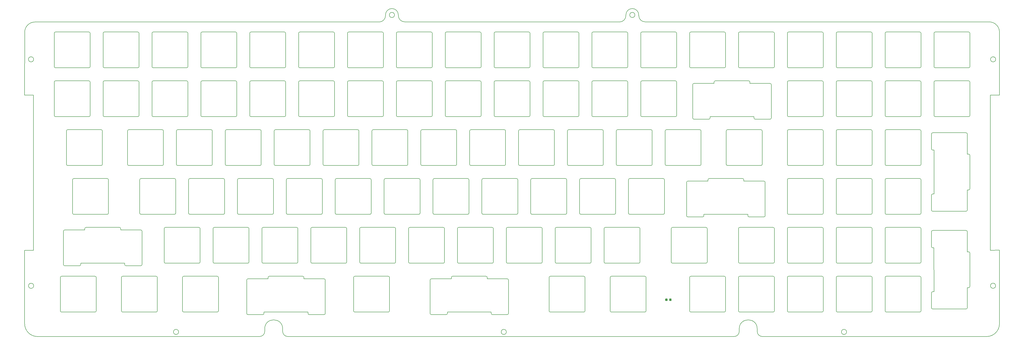
<source format=gbr>
G04 #@! TF.GenerationSoftware,KiCad,Pcbnew,(5.1.4)-1*
G04 #@! TF.CreationDate,2020-08-16T19:18:02-07:00*
G04 #@! TF.ProjectId,Plate,506c6174-652e-46b6-9963-61645f706362,rev?*
G04 #@! TF.SameCoordinates,Original*
G04 #@! TF.FileFunction,Copper,L1,Top*
G04 #@! TF.FilePolarity,Positive*
%FSLAX46Y46*%
G04 Gerber Fmt 4.6, Leading zero omitted, Abs format (unit mm)*
G04 Created by KiCad (PCBNEW (5.1.4)-1) date 2020-08-16 19:18:02*
%MOMM*%
%LPD*%
G04 APERTURE LIST*
%ADD10C,0.200000*%
%ADD11C,0.150000*%
%ADD12C,0.875000*%
G04 APERTURE END LIST*
D10*
X25638000Y-77800200D02*
G75*
G03X25638000Y-77800200I-1000000J0D01*
G01*
X25663400Y-166116000D02*
G75*
G03X25663400Y-166116000I-1000000J0D01*
G01*
X82153000Y-184099200D02*
G75*
G03X82153000Y-184099200I-1000000J0D01*
G01*
X209889600Y-184099200D02*
G75*
G03X209889600Y-184099200I-1000000J0D01*
G01*
X342503000Y-184099200D02*
G75*
G03X342503000Y-184099200I-1000000J0D01*
G01*
X400592800Y-166090600D02*
G75*
G03X400592800Y-166090600I-1000000J0D01*
G01*
X400618200Y-77800200D02*
G75*
G03X400618200Y-77800200I-1000000J0D01*
G01*
X259995111Y-60497821D02*
G75*
G03X259995111Y-60497821I-1000000J0D01*
G01*
X166295129Y-60497821D02*
G75*
G03X166295129Y-60497821I-1000000J0D01*
G01*
X264000000Y-63200000D02*
X398100000Y-63200000D01*
X261499999Y-60499999D02*
X261500000Y-60700000D01*
X256500000Y-60750000D02*
X256490223Y-60500010D01*
X170300000Y-63200000D02*
X254000000Y-63250000D01*
X167799999Y-60499999D02*
X167800000Y-60700000D01*
X162800000Y-60750000D02*
X162790259Y-60499847D01*
X26162000Y-63246000D02*
X160300000Y-63250000D01*
X264000000Y-63200000D02*
G75*
G02X261500000Y-60700000I0J2500000D01*
G01*
X256500000Y-60750000D02*
G75*
G02X254000000Y-63250000I-2500000J0D01*
G01*
X170300000Y-63200000D02*
G75*
G02X167800000Y-60700000I0J2500000D01*
G01*
X162800000Y-60750000D02*
G75*
G02X160300000Y-63250000I-2500000J0D01*
G01*
X256490223Y-60500010D02*
G75*
G02X261499999Y-60499999I2504888J2189D01*
G01*
X162790259Y-60499847D02*
G75*
G02X167799999Y-60499999I2504870J2026D01*
G01*
X402095110Y-91751363D02*
X402100000Y-67200000D01*
X398100000Y-63200000D02*
G75*
G02X402100000Y-67200000I0J-4000000D01*
G01*
X22162000Y-67246000D02*
X22145123Y-91753523D01*
X22162000Y-67246000D02*
G75*
G02X26162000Y-63246000I4000000J0D01*
G01*
X351970123Y-119222812D02*
X338970117Y-119222760D01*
X66220123Y-81122812D02*
X53220077Y-81122830D01*
X148470077Y-81122830D02*
X161470123Y-81122812D01*
X167520123Y-67122812D02*
X180520142Y-67122803D01*
X47670123Y-86672812D02*
X47670117Y-99672846D01*
X114345123Y-105722812D02*
X114345117Y-118722822D01*
X272295129Y-119222772D02*
X285295123Y-119222812D01*
X119895104Y-119222809D02*
X132895123Y-119222812D01*
X296107629Y-119222772D02*
X309107623Y-119222812D01*
X338970128Y-138272809D02*
X351970123Y-138272812D01*
X358020117Y-138272858D02*
X371020123Y-138272812D01*
X371520102Y-137772843D02*
G75*
G02X371020123Y-138272812I-499974J5D01*
G01*
X115713911Y-182897788D02*
G75*
G02X122713873Y-182897812I3499981J-12D01*
G01*
X115713869Y-182897810D02*
X115713869Y-183897812D01*
X122713876Y-182897810D02*
X122713876Y-183897812D01*
X115713874Y-183897821D02*
G75*
G02X113713873Y-185897812I-1999996J5D01*
G01*
X124713871Y-185897818D02*
G75*
G02X122713873Y-183897812I4J2000002D01*
G01*
X300670111Y-183897840D02*
G75*
G02X298670123Y-185897812I-1999980J8D01*
G01*
X300670115Y-182897810D02*
X300670115Y-183897812D01*
X300670135Y-182897788D02*
G75*
G02X307670123Y-182897812I3499994J-12D01*
G01*
X309670108Y-185897837D02*
G75*
G02X307670123Y-183897812I20J2000005D01*
G01*
X307670114Y-182897810D02*
X307670114Y-183897812D01*
X402095115Y-180897786D02*
G75*
G02X397095123Y-185897812I-5000009J-17D01*
G01*
X27145137Y-185897808D02*
G75*
G02X22145123Y-180897812I-9J5000005D01*
G01*
X124713871Y-185897818D02*
X298670123Y-185897812D01*
X397095123Y-185897812D02*
X309670108Y-185897837D01*
X27145137Y-185897808D02*
X113713873Y-185897812D01*
X352470114Y-137772795D02*
G75*
G02X351970123Y-138272812I-500004J-13D01*
G01*
X285795175Y-118721946D02*
G75*
G02X285295123Y-119222812I-500022J-843D01*
G01*
X163851380Y-162372821D02*
G75*
G02X164351373Y-162872812I1J-499992D01*
G01*
X108700876Y-163872812D02*
X108700876Y-176872809D01*
X150351373Y-162872810D02*
X150351373Y-175872814D01*
X150351364Y-162872805D02*
G75*
G02X150851373Y-162372812I500001J-8D01*
G01*
X115450882Y-176872825D02*
G75*
G02X114950873Y-177372812I-499998J11D01*
G01*
X133076873Y-177372786D02*
G75*
G02X132576873Y-176872812I-13J499987D01*
G01*
X139326875Y-176872809D02*
X139326875Y-163872812D01*
X117513870Y-176372815D02*
X130513874Y-176372815D01*
X109200870Y-177372810D02*
X114950870Y-177372810D01*
X138826875Y-163372816D02*
G75*
G02X139326873Y-163872812I1J-499997D01*
G01*
X164351371Y-175872814D02*
X164351371Y-162872810D01*
X109200866Y-177372809D02*
G75*
G02X108700873Y-176872812I2J499995D01*
G01*
X114950870Y-163372811D02*
X109200870Y-163372811D01*
X108700882Y-163872793D02*
G75*
G02X109200873Y-163372812I499986J-5D01*
G01*
X133076874Y-177372810D02*
X138826874Y-177372810D01*
X163851378Y-162372809D02*
X150851374Y-162372809D01*
X138826874Y-163372811D02*
X133076874Y-163372811D01*
X139326889Y-176872802D02*
G75*
G02X138826873Y-177372812I-500013J3D01*
G01*
X164351394Y-175872807D02*
G75*
G02X163851373Y-176372812I-500013J8D01*
G01*
X130513886Y-162372827D02*
G75*
G02X131013873Y-162872812I1J-499986D01*
G01*
X130513874Y-162372809D02*
X117513870Y-162372809D01*
X117013870Y-162872811D02*
G75*
G02X117513873Y-162372812I500001J-2D01*
G01*
X84176360Y-176372803D02*
G75*
G02X83676373Y-175872812I2J499989D01*
G01*
X59076374Y-143322814D02*
X46076373Y-143322814D01*
X45576366Y-143822801D02*
G75*
G02X46076373Y-143322812I499998J-9D01*
G01*
X77032623Y-157322813D02*
X90032623Y-157322813D01*
X61639373Y-158322815D02*
X67389374Y-158322815D01*
X95582614Y-143822799D02*
G75*
G02X96082623Y-143322812I499998J-11D01*
G01*
X61639353Y-158322820D02*
G75*
G02X61139373Y-157822812I14J499994D01*
G01*
X67389385Y-144322820D02*
G75*
G02X67889373Y-144822812I-2J-499990D01*
G01*
X357520163Y-124772812D02*
G75*
G02X358020123Y-124272812I499980J20D01*
G01*
X37263370Y-144822805D02*
G75*
G02X37763373Y-144322812I499998J-5D01*
G01*
X59076382Y-143322817D02*
G75*
G02X59576373Y-143822812I-2J-499993D01*
G01*
X37763373Y-158322815D02*
X43513373Y-158322815D01*
X95582624Y-143822815D02*
X95582624Y-156822812D01*
X371520129Y-137772810D02*
X371520129Y-124772813D01*
X351970134Y-124272812D02*
X338970122Y-124272812D01*
X90532624Y-156822812D02*
X90532624Y-143822815D01*
X338470129Y-124772813D02*
X338470129Y-137772810D01*
X76532619Y-143822804D02*
G75*
G02X77032623Y-143322812I499998J-6D01*
G01*
X67889369Y-157822836D02*
G75*
G02X67389373Y-158322812I-499986J10D01*
G01*
X37263373Y-144822810D02*
X37263373Y-157822814D01*
X43513373Y-144322809D02*
X37763373Y-144322809D01*
X76532622Y-143822815D02*
X76532622Y-156822812D01*
X358020117Y-138272858D02*
G75*
G02X357520123Y-137772812I26J500020D01*
G01*
X90032635Y-143322820D02*
G75*
G02X90532623Y-143822812I-2J-499990D01*
G01*
X371020148Y-124272797D02*
G75*
G02X371520123Y-124772812I-20J-499995D01*
G01*
X338970128Y-138272809D02*
G75*
G02X338470123Y-137772812I-4J500001D01*
G01*
X67389374Y-144322809D02*
X61639373Y-144322809D01*
X319920141Y-138272822D02*
G75*
G02X319420123Y-137772812I-4J500014D01*
G01*
X90532619Y-156822836D02*
G75*
G02X90032623Y-157322812I-499986J10D01*
G01*
X67889375Y-157822814D02*
X67889375Y-144822810D01*
X37763354Y-158322821D02*
G75*
G02X37263373Y-157822812I14J499995D01*
G01*
X352470127Y-137772810D02*
X352470127Y-124772813D01*
X357520131Y-124772813D02*
X357520131Y-137772810D01*
X77032603Y-157322820D02*
G75*
G02X76532623Y-156822812I14J499994D01*
G01*
X338470114Y-124772823D02*
G75*
G02X338970123Y-124272812I500010J1D01*
G01*
X351970100Y-124272809D02*
G75*
G02X352470123Y-124772812I10J-500013D01*
G01*
X319920120Y-138272811D02*
X332920132Y-138272811D01*
X371020136Y-124272812D02*
X358020124Y-124272812D01*
X333420126Y-137772807D02*
G75*
G02X332920123Y-138272812I-500004J-1D01*
G01*
X109082622Y-143322814D02*
X96082625Y-143322814D01*
X90032623Y-143322814D02*
X77032623Y-143322814D01*
X44013370Y-157822837D02*
G75*
G02X43513373Y-158322812I-499986J11D01*
G01*
X46076373Y-157322813D02*
X59076374Y-157322813D01*
X252745127Y-105722738D02*
G75*
G02X253245123Y-105222812I499961J-35D01*
G01*
X266245173Y-105222784D02*
G75*
G02X266745123Y-105722812I-39J-499989D01*
G01*
X247695139Y-118722844D02*
G75*
G02X247195123Y-119222812I-499992J24D01*
G01*
X233695139Y-105722750D02*
G75*
G02X234195123Y-105222812I499961J-23D01*
G01*
X228645151Y-118722856D02*
G75*
G02X228145123Y-119222812I-499992J36D01*
G01*
X209095164Y-105222775D02*
G75*
G02X209595123Y-105722812I-39J-499998D01*
G01*
X190545124Y-118722811D02*
X190545124Y-105722811D01*
X253245080Y-119222785D02*
G75*
G02X252745123Y-118722812I8J499965D01*
G01*
X247695116Y-118722811D02*
X247695116Y-105722811D01*
X295607614Y-105722787D02*
G75*
G02X296107623Y-105222812I499992J-17D01*
G01*
X266245124Y-105222810D02*
X253245128Y-105222810D01*
X247195186Y-105222797D02*
G75*
G02X247695123Y-105722812I-39J-499976D01*
G01*
X247195122Y-105222810D02*
X234195126Y-105222810D01*
X309107661Y-105222834D02*
G75*
G02X309607623Y-105722812I-8J-499970D01*
G01*
X215145123Y-119222812D02*
X228145120Y-119222812D01*
X295607624Y-105722811D02*
X295607624Y-118722811D01*
X309607675Y-118721946D02*
G75*
G02X309107623Y-119222812I-500022J-843D01*
G01*
X252745119Y-105722811D02*
X252745119Y-118722811D01*
X228145198Y-105222809D02*
G75*
G02X228645123Y-105722812I-39J-499964D01*
G01*
X209595126Y-118722811D02*
X209595126Y-105722811D01*
X272295129Y-119222772D02*
G75*
G02X271795123Y-118722812I-23J499983D01*
G01*
X285295161Y-105222834D02*
G75*
G02X285795123Y-105722812I-8J-499970D01*
G01*
X234195092Y-119222797D02*
G75*
G02X233695123Y-118722812I8J499977D01*
G01*
X215145104Y-119222809D02*
G75*
G02X214645123Y-118722812I8J499989D01*
G01*
X196095121Y-119222812D02*
X209095118Y-119222812D01*
X271795114Y-105722787D02*
G75*
G02X272295123Y-105222812I499992J-17D01*
G01*
X214645130Y-105722811D02*
X214645130Y-118722811D01*
X209095118Y-105222810D02*
X196095121Y-105222810D01*
X233695117Y-105722811D02*
X233695117Y-118722811D01*
X285295126Y-105222810D02*
X272295130Y-105222810D01*
X177045113Y-119222818D02*
G75*
G02X176545123Y-118722812I8J499998D01*
G01*
X209595117Y-118722822D02*
G75*
G02X209095123Y-119222812I-499992J2D01*
G01*
X309607622Y-118722811D02*
X309607622Y-105722811D01*
X266745118Y-118722811D02*
X266745118Y-105722811D01*
X214645151Y-105722762D02*
G75*
G02X215145123Y-105222812I499961J-11D01*
G01*
X271795121Y-105722811D02*
X271795121Y-118722811D01*
X196095101Y-119222806D02*
G75*
G02X195595123Y-118722812I8J499986D01*
G01*
X228645128Y-118722811D02*
X228645128Y-105722811D01*
X195595148Y-105722759D02*
G75*
G02X196095123Y-105222812I499961J-14D01*
G01*
X195595128Y-105722811D02*
X195595128Y-118722811D01*
X177045119Y-119222812D02*
X190045116Y-119222812D01*
X190545129Y-118722834D02*
G75*
G02X190045123Y-119222812I-499992J14D01*
G01*
X190045176Y-105222787D02*
G75*
G02X190545123Y-105722812I-39J-499986D01*
G01*
X190045116Y-105222810D02*
X177045119Y-105222810D01*
X176545160Y-105722771D02*
G75*
G02X177045123Y-105222812I499961J-2D01*
G01*
X176545126Y-105722811D02*
X176545126Y-118722811D01*
X157995110Y-119222815D02*
G75*
G02X157495123Y-118722812I8J499995D01*
G01*
X296107629Y-119222772D02*
G75*
G02X295607623Y-118722812I-23J499983D01*
G01*
X285795120Y-118722811D02*
X285795120Y-105722811D01*
X157995117Y-119222812D02*
X170995129Y-119222812D01*
X266745126Y-118722831D02*
G75*
G02X266245123Y-119222812I-499992J11D01*
G01*
X171495126Y-118722831D02*
G75*
G02X170995123Y-119222812I-499992J11D01*
G01*
X228145120Y-105222810D02*
X215145123Y-105222810D01*
X309107629Y-105222810D02*
X296107617Y-105222810D01*
X234195126Y-119222812D02*
X247195122Y-119222812D01*
X253245128Y-119222812D02*
X266245124Y-119222812D01*
X38932603Y-119222808D02*
G75*
G02X38432623Y-118722812I8J499988D01*
G01*
X38932623Y-119222812D02*
X51932623Y-119222812D01*
X52432634Y-118722839D02*
G75*
G02X51932623Y-119222812I-499992J19D01*
G01*
X138445122Y-105722811D02*
X138445122Y-118722811D01*
X113845164Y-105222775D02*
G75*
G02X114345123Y-105722812I-39J-499998D01*
G01*
X113845122Y-105222810D02*
X100845126Y-105222810D01*
X81795124Y-119222812D02*
X94795120Y-119222812D01*
X152445123Y-118722828D02*
G75*
G02X151945123Y-119222812I-499992J8D01*
G01*
X170995173Y-105222784D02*
G75*
G02X171495123Y-105722812I-39J-499989D01*
G01*
X157495157Y-105722768D02*
G75*
G02X157995123Y-105222812I499961J-5D01*
G01*
X151945127Y-105222810D02*
X138945123Y-105222810D01*
X152445120Y-118722811D02*
X152445120Y-105722811D01*
X114345117Y-118722822D02*
G75*
G02X113845123Y-119222812I-499992J2D01*
G01*
X151945170Y-105222781D02*
G75*
G02X152445123Y-105722812I-39J-499992D01*
G01*
X100345148Y-105722759D02*
G75*
G02X100845123Y-105222812I499961J-14D01*
G01*
X100345125Y-105722811D02*
X100345125Y-118722811D01*
X94795176Y-105222787D02*
G75*
G02X95295123Y-105722812I-39J-499986D01*
G01*
X62745122Y-119222812D02*
X75745122Y-119222812D01*
X75745181Y-105222792D02*
G75*
G02X76245123Y-105722812I-39J-499981D01*
G01*
X133395120Y-118722825D02*
G75*
G02X132895123Y-119222812I-499992J5D01*
G01*
X75745122Y-105222810D02*
X62745122Y-105222810D01*
X138945123Y-119222812D02*
X151945127Y-119222812D01*
X170995129Y-105222810D02*
X157995117Y-105222810D01*
X132895124Y-105222810D02*
X119895120Y-105222810D01*
X95295129Y-118722834D02*
G75*
G02X94795123Y-119222812I-499992J14D01*
G01*
X62245122Y-105722811D02*
X62245122Y-118722811D01*
X62245150Y-105722761D02*
G75*
G02X62745123Y-105222812I499961J-12D01*
G01*
X171495122Y-118722811D02*
X171495122Y-105722811D01*
X157495124Y-105722811D02*
X157495124Y-118722811D01*
X95295121Y-118722811D02*
X95295121Y-105722811D01*
X132895167Y-105222778D02*
G75*
G02X133395123Y-105722812I-39J-499995D01*
G01*
X76245134Y-118722839D02*
G75*
G02X75745123Y-119222812I-499992J19D01*
G01*
X81295123Y-105722811D02*
X81295123Y-118722811D01*
X138945107Y-119222812D02*
G75*
G02X138445123Y-118722812I8J499992D01*
G01*
X100845101Y-119222806D02*
G75*
G02X100345123Y-118722812I8J499986D01*
G01*
X119895104Y-119222809D02*
G75*
G02X119395123Y-118722812I8J499989D01*
G01*
X81795098Y-119222803D02*
G75*
G02X81295123Y-118722812I8J499983D01*
G01*
X94795120Y-105222810D02*
X81795124Y-105222810D01*
X62745103Y-119222808D02*
G75*
G02X62245123Y-118722812I8J499988D01*
G01*
X76245123Y-118722811D02*
X76245123Y-105722811D01*
X133395125Y-118722811D02*
X133395125Y-105722811D01*
X119395119Y-105722811D02*
X119395119Y-118722811D01*
X119395151Y-105722762D02*
G75*
G02X119895123Y-105222812I499961J-11D01*
G01*
X100845126Y-119222812D02*
X113845122Y-119222812D01*
X138445154Y-105722765D02*
G75*
G02X138945123Y-105222812I499961J-8D01*
G01*
X81295145Y-105722756D02*
G75*
G02X81795123Y-105222812I499961J-17D01*
G01*
X282532123Y-87672811D02*
X282532123Y-100672811D01*
X338970104Y-100172773D02*
G75*
G02X338470123Y-99672812I-10J499971D01*
G01*
X38432623Y-105722811D02*
X38432623Y-118722811D01*
X38432650Y-105722761D02*
G75*
G02X38932623Y-105222812I499961J-12D01*
G01*
X288782117Y-87172812D02*
X283032117Y-87172812D01*
X313158122Y-100672811D02*
X313158122Y-87672811D01*
X304345136Y-86172833D02*
G75*
G02X304845123Y-86672812I4J-499983D01*
G01*
X262770129Y-100172810D02*
X275770125Y-100172810D01*
X377070080Y-100172809D02*
G75*
G02X376570123Y-99672812I20J499977D01*
G01*
X319420127Y-86672811D02*
X319420127Y-99672813D01*
X351970134Y-86172812D02*
X338970122Y-86172812D01*
X376570126Y-86672763D02*
G75*
G02X377070123Y-86172812I499974J-23D01*
G01*
X371020136Y-86172812D02*
X358020124Y-86172812D01*
X357520138Y-86672775D02*
G75*
G02X358020123Y-86172812I499974J-11D01*
G01*
X282532102Y-87672799D02*
G75*
G02X283032123Y-87172812I500004J-17D01*
G01*
X312658185Y-87172822D02*
G75*
G02X313158123Y-87672812I-26J-499964D01*
G01*
X352470127Y-99672813D02*
X352470127Y-86672811D01*
X390070138Y-86172812D02*
X377070126Y-86172812D01*
X338470090Y-86672787D02*
G75*
G02X338970123Y-86172812I500004J-29D01*
G01*
X338970122Y-100172810D02*
X351970134Y-100172810D01*
X319920116Y-100172785D02*
G75*
G02X319420123Y-99672812I-10J499983D01*
G01*
X390070173Y-86172810D02*
G75*
G02X390570123Y-86672812I-26J-499976D01*
G01*
X377070126Y-100172810D02*
X390070138Y-100172810D01*
X390570127Y-99672856D02*
G75*
G02X390070123Y-100172812I-499980J24D01*
G01*
X371520139Y-99672868D02*
G75*
G02X371020123Y-100172812I-499980J36D01*
G01*
X319920120Y-100172810D02*
X332920132Y-100172810D01*
X338470129Y-86672811D02*
X338470129Y-99672813D01*
X333420125Y-99672813D02*
X333420125Y-86672811D01*
X306908093Y-101172822D02*
G75*
G02X306408123Y-100672812I20J499990D01*
G01*
X306908128Y-101172812D02*
X312658129Y-101172812D01*
X312658129Y-87172812D02*
X306908128Y-87172812D01*
X332920132Y-86172812D02*
X319920120Y-86172812D01*
X291345117Y-100172810D02*
X304345128Y-100172810D01*
X290845090Y-86672787D02*
G75*
G02X291345123Y-86172812I500004J-29D01*
G01*
X358020092Y-100172821D02*
G75*
G02X357520123Y-99672812I20J499989D01*
G01*
X376570133Y-86672811D02*
X376570133Y-99672813D01*
X51932623Y-105222810D02*
X38932623Y-105222810D01*
X52432624Y-118722811D02*
X52432624Y-105722811D01*
X51932681Y-105222792D02*
G75*
G02X52432623Y-105722812I-39J-499981D01*
G01*
X371520129Y-99672813D02*
X371520129Y-86672811D01*
X390570131Y-99672813D02*
X390570131Y-86672811D01*
X358020124Y-100172810D02*
X371020136Y-100172810D01*
X371020185Y-86172822D02*
G75*
G02X371520123Y-86672812I-26J-499964D01*
G01*
X352470150Y-99672819D02*
G75*
G02X351970123Y-100172812I-500010J17D01*
G01*
X332920149Y-86172846D02*
G75*
G02X333420123Y-86672812I4J-499970D01*
G01*
X319420102Y-86672799D02*
G75*
G02X319920123Y-86172812I500004J-17D01*
G01*
X289282162Y-100672831D02*
G75*
G02X288782123Y-101172812I-500010J29D01*
G01*
X304345128Y-86172812D02*
X291345117Y-86172812D01*
X262770092Y-100172821D02*
G75*
G02X262270123Y-99672812I20J499989D01*
G01*
X276270139Y-99672868D02*
G75*
G02X275770123Y-100172812I-499980J36D01*
G01*
X276270119Y-99672813D02*
X276270119Y-86672811D01*
X275770185Y-86172822D02*
G75*
G02X276270123Y-86672812I-26J-499964D01*
G01*
X275770125Y-86172812D02*
X262770129Y-86172812D01*
X262270138Y-86672775D02*
G75*
G02X262770123Y-86172812I499974J-11D01*
G01*
X262270120Y-86672811D02*
X262270120Y-99672813D01*
X357520131Y-86672811D02*
X357520131Y-99672813D01*
X333420163Y-99672832D02*
G75*
G02X332920123Y-100172812I-500010J30D01*
G01*
X243720127Y-100172810D02*
X256720123Y-100172810D01*
X283032117Y-101172812D02*
X288782117Y-101172812D01*
X243720104Y-100172773D02*
G75*
G02X243220123Y-99672812I-10J499971D01*
G01*
X257220150Y-99672819D02*
G75*
G02X256720123Y-100172812I-500010J17D01*
G01*
X351970136Y-86172833D02*
G75*
G02X352470123Y-86672812I4J-499983D01*
G01*
X313158139Y-100672868D02*
G75*
G02X312658123Y-101172812I-499980J36D01*
G01*
X283032116Y-101172785D02*
G75*
G02X282532123Y-100672812I-10J499983D01*
G01*
X205620122Y-100172810D02*
X218620119Y-100172810D01*
X257220117Y-99672813D02*
X257220117Y-86672811D01*
X186070127Y-86672811D02*
X186070127Y-99672813D01*
X181020108Y-99672837D02*
G75*
G02X180520123Y-100172812I-499980J5D01*
G01*
X199570117Y-86172812D02*
X186570120Y-86172812D01*
X238170163Y-99672832D02*
G75*
G02X237670123Y-100172812I-500010J30D01*
G01*
X147970135Y-86672772D02*
G75*
G02X148470123Y-86172812I499974J-14D01*
G01*
X205120144Y-86672781D02*
G75*
G02X205620123Y-86172812I499974J-5D01*
G01*
X167020138Y-86672775D02*
G75*
G02X167520123Y-86172812I499974J-11D01*
G01*
X243220118Y-86672811D02*
X243220118Y-99672813D01*
X218620130Y-86172827D02*
G75*
G02X219120123Y-86672812I4J-499989D01*
G01*
X205120129Y-86672811D02*
X205120129Y-99672813D01*
X142920117Y-99672846D02*
G75*
G02X142420123Y-100172812I-499980J14D01*
G01*
X180520130Y-86172812D02*
X167520118Y-86172812D01*
X219120144Y-99672813D02*
G75*
G02X218620123Y-100172812I-500010J11D01*
G01*
X218620119Y-86172812D02*
X205620122Y-86172812D01*
X199570157Y-86172794D02*
G75*
G02X200070123Y-86672812I-26J-499992D01*
G01*
X129420101Y-100172830D02*
G75*
G02X128920123Y-99672812I20J499998D01*
G01*
X142920126Y-99672813D02*
X142920126Y-86672811D01*
X224670116Y-100172785D02*
G75*
G02X224170123Y-99672812I-10J499983D01*
G01*
X186570095Y-100172824D02*
G75*
G02X186070123Y-99672812I20J499992D01*
G01*
X129420121Y-100172810D02*
X142420125Y-100172810D01*
X237670149Y-86172846D02*
G75*
G02X238170123Y-86672812I4J-499970D01*
G01*
X128920120Y-86672811D02*
X128920120Y-99672813D01*
X110370127Y-100172810D02*
X123370123Y-100172810D01*
X224170116Y-86672811D02*
X224170116Y-99672813D01*
X123870114Y-99672843D02*
G75*
G02X123370123Y-100172812I-499980J11D01*
G01*
X161470151Y-86172788D02*
G75*
G02X161970123Y-86672812I-26J-499998D01*
G01*
X123370160Y-86172797D02*
G75*
G02X123870123Y-86672812I-26J-499989D01*
G01*
X256720136Y-86172833D02*
G75*
G02X257220123Y-86672812I4J-499983D01*
G01*
X128920147Y-86672784D02*
G75*
G02X129420123Y-86172812I499974J-2D01*
G01*
X205620098Y-100172827D02*
G75*
G02X205120123Y-99672812I20J499995D01*
G01*
X167520118Y-100172810D02*
X180520130Y-100172810D01*
X237670121Y-86172812D02*
X224670125Y-86172812D01*
X200070125Y-99672813D02*
X200070125Y-86672811D01*
X161470128Y-86172812D02*
X148470124Y-86172812D01*
X142420163Y-86172800D02*
G75*
G02X142920123Y-86672812I-26J-499986D01*
G01*
X200070111Y-99672840D02*
G75*
G02X199570123Y-100172812I-499980J8D01*
G01*
X110370098Y-100172827D02*
G75*
G02X109870123Y-99672812I20J499995D01*
G01*
X123870124Y-99672813D02*
X123870124Y-86672811D01*
X123370123Y-86172812D02*
X110370127Y-86172812D01*
X238170130Y-99672813D02*
X238170130Y-86672811D01*
X186070141Y-86672778D02*
G75*
G02X186570123Y-86172812I499974J-8D01*
G01*
X161970105Y-99672834D02*
G75*
G02X161470123Y-100172812I-499980J2D01*
G01*
X142420125Y-86172812D02*
X129420121Y-86172812D01*
X109870144Y-86672781D02*
G75*
G02X110370123Y-86172812I499974J-5D01*
G01*
X109870126Y-86672811D02*
X109870126Y-99672813D01*
X91320095Y-100172824D02*
G75*
G02X90820123Y-99672812I20J499992D01*
G01*
X91320125Y-100172810D02*
X104320121Y-100172810D01*
X224670125Y-100172810D02*
X237670121Y-100172810D01*
X104820111Y-99672840D02*
G75*
G02X104320123Y-100172812I-499980J8D01*
G01*
X104820122Y-99672813D02*
X104820122Y-86672811D01*
X256720123Y-86172812D02*
X243720127Y-86172812D01*
X186570120Y-100172810D02*
X199570117Y-100172810D01*
X180520154Y-86172791D02*
G75*
G02X181020123Y-86672812I-26J-499995D01*
G01*
X167020125Y-86672811D02*
X167020125Y-99672813D01*
X148470124Y-100172810D02*
X161470128Y-100172810D01*
X161970121Y-99672813D02*
X161970121Y-86672811D01*
X243220090Y-86672787D02*
G75*
G02X243720123Y-86172812I500004J-29D01*
G01*
X167520092Y-100172821D02*
G75*
G02X167020123Y-99672812I20J499989D01*
G01*
X224170102Y-86672799D02*
G75*
G02X224670123Y-86172812I500004J-17D01*
G01*
X148470089Y-100172818D02*
G75*
G02X147970123Y-99672812I20J499986D01*
G01*
X181020123Y-99672813D02*
X181020123Y-86672811D01*
X219120127Y-99672813D02*
X219120127Y-86672811D01*
X85270162Y-86172799D02*
G75*
G02X85770123Y-86672812I-26J-499987D01*
G01*
X357520126Y-67622787D02*
G75*
G02X358020123Y-67122812I499986J-11D01*
G01*
X52720135Y-86672772D02*
G75*
G02X53220123Y-86172812I499974J-14D01*
G01*
X390070161Y-67122822D02*
G75*
G02X390570123Y-67622812I-14J-499976D01*
G01*
X71770122Y-86672811D02*
X71770122Y-99672813D01*
X333420125Y-80622811D02*
X333420125Y-67622812D01*
X104320157Y-86172794D02*
G75*
G02X104820123Y-86672812I-26J-499992D01*
G01*
X71770131Y-86672768D02*
G75*
G02X72270123Y-86172812I499974J-18D01*
G01*
X376570133Y-67622812D02*
X376570133Y-80622811D01*
X352470127Y-80622811D02*
X352470127Y-67622812D01*
X66720120Y-99672849D02*
G75*
G02X66220123Y-100172812I-499980J17D01*
G01*
X319920120Y-81122812D02*
X332920132Y-81122812D01*
X34170086Y-100172815D02*
G75*
G02X33670123Y-99672812I20J499983D01*
G01*
X390570115Y-80622868D02*
G75*
G02X390070123Y-81122812I-499968J24D01*
G01*
X47170163Y-86172800D02*
G75*
G02X47670123Y-86672812I-26J-499986D01*
G01*
X377070068Y-81122821D02*
G75*
G02X376570123Y-80622812I32J499977D01*
G01*
X351970134Y-67122812D02*
X338970122Y-67122812D01*
X338470078Y-67622799D02*
G75*
G02X338970123Y-67122812I500016J-29D01*
G01*
X371520129Y-80622811D02*
X371520129Y-67622812D01*
X72270085Y-100172814D02*
G75*
G02X71770123Y-99672812I20J499982D01*
G01*
X319420090Y-67622811D02*
G75*
G02X319920123Y-67122812I500016J-17D01*
G01*
X90820124Y-86672811D02*
X90820124Y-99672813D01*
X53220122Y-100172810D02*
X66220125Y-100172810D01*
X358020080Y-81122833D02*
G75*
G02X357520123Y-80622812I32J499989D01*
G01*
X332920137Y-67122858D02*
G75*
G02X333420123Y-67622812I16J-499970D01*
G01*
X300870056Y-81122809D02*
G75*
G02X300370123Y-80622812I32J499965D01*
G01*
X104320121Y-86172812D02*
X91320125Y-86172812D01*
X85770124Y-99672813D02*
X85770124Y-86672811D01*
X90820141Y-86672778D02*
G75*
G02X91320123Y-86172812I499974J-8D01*
G01*
X53220089Y-100172818D02*
G75*
G02X52720123Y-99672812I20J499986D01*
G01*
X66720122Y-99672813D02*
X66720122Y-86672811D01*
X34170123Y-100172810D02*
X47170122Y-100172810D01*
X371520127Y-80622880D02*
G75*
G02X371020123Y-81122812I-499968J36D01*
G01*
X66220166Y-86172803D02*
G75*
G02X66720123Y-86672812I-26J-499983D01*
G01*
X33670132Y-86672769D02*
G75*
G02X34170123Y-86172812I499974J-17D01*
G01*
X377070126Y-81122812D02*
X390070138Y-81122812D01*
X371020173Y-67122834D02*
G75*
G02X371520123Y-67622812I-14J-499964D01*
G01*
X358020124Y-81122812D02*
X371020136Y-81122812D01*
X85270123Y-86172812D02*
X72270123Y-86172812D01*
X390570131Y-80622811D02*
X390570131Y-67622812D01*
X338970092Y-81122785D02*
G75*
G02X338470123Y-80622812I2J499971D01*
G01*
X338970122Y-81122812D02*
X351970134Y-81122812D01*
X352470138Y-80622831D02*
G75*
G02X351970123Y-81122812I-499998J17D01*
G01*
X351970124Y-67122845D02*
G75*
G02X352470123Y-67622812I16J-499983D01*
G01*
X338470129Y-67622812D02*
X338470129Y-80622811D01*
X333420151Y-80622844D02*
G75*
G02X332920123Y-81122812I-499998J30D01*
G01*
X319420127Y-67622812D02*
X319420127Y-80622811D01*
X300870118Y-81122812D02*
X313870129Y-81122812D01*
X314370102Y-80622855D02*
G75*
G02X313870123Y-81122812I-499968J11D01*
G01*
X314370123Y-80622811D02*
X314370123Y-67622812D01*
X47170122Y-86172812D02*
X34170123Y-86172812D01*
X85770116Y-99672845D02*
G75*
G02X85270123Y-100172812I-499980J13D01*
G01*
X313870148Y-67122809D02*
G75*
G02X314370123Y-67622812I-14J-499989D01*
G01*
X390070138Y-67122812D02*
X377070126Y-67122812D01*
X72270123Y-100172810D02*
X85270123Y-100172810D01*
X313870129Y-67122812D02*
X300870118Y-67122812D01*
X371020136Y-67122812D02*
X358020124Y-67122812D01*
X319920104Y-81122797D02*
G75*
G02X319420123Y-80622812I2J499983D01*
G01*
X332920132Y-67122812D02*
X319920120Y-67122812D01*
X376570114Y-67622775D02*
G75*
G02X377070123Y-67122812I499986J-23D01*
G01*
X47670117Y-99672846D02*
G75*
G02X47170123Y-100172812I-499980J14D01*
G01*
X357520131Y-67622812D02*
X357520131Y-80622811D01*
X66220125Y-86172812D02*
X53220122Y-86172812D01*
X281820068Y-81122821D02*
G75*
G02X281320123Y-80622812I32J499977D01*
G01*
X186570120Y-81122812D02*
X199570117Y-81122812D01*
X276270127Y-80622880D02*
G75*
G02X275770123Y-81122812I-499968J36D01*
G01*
X243220078Y-67622799D02*
G75*
G02X243720123Y-67122812I500016J-29D01*
G01*
X295320121Y-80622811D02*
X295320121Y-67622812D01*
X224670125Y-81122812D02*
X237670121Y-81122812D01*
X295320115Y-80622868D02*
G75*
G02X294820123Y-81122812I-499968J24D01*
G01*
X262270126Y-67622787D02*
G75*
G02X262770123Y-67122812I499986J-11D01*
G01*
X167520080Y-81122833D02*
G75*
G02X167020123Y-80622812I32J499989D01*
G01*
X186070127Y-67622812D02*
X186070127Y-80622811D01*
X281320114Y-67622775D02*
G75*
G02X281820123Y-67122812I499986J-23D01*
G01*
X167520118Y-81122812D02*
X180520130Y-81122812D01*
X276270119Y-80622811D02*
X276270119Y-67622812D01*
X256720124Y-67122845D02*
G75*
G02X257220123Y-67622812I16J-499983D01*
G01*
X262270120Y-67622812D02*
X262270120Y-80622811D01*
X257220138Y-80622831D02*
G75*
G02X256720123Y-81122812I-499998J17D01*
G01*
X180520142Y-67122803D02*
G75*
G02X181020123Y-67622812I-14J-499995D01*
G01*
X167020125Y-67622812D02*
X167020125Y-80622811D01*
X237670121Y-67122812D02*
X224670125Y-67122812D01*
X205620122Y-81122812D02*
X218620119Y-81122812D01*
X294820127Y-67122812D02*
X281820116Y-67122812D01*
X238170151Y-80622844D02*
G75*
G02X237670123Y-81122812I-499998J30D01*
G01*
X186570083Y-81122836D02*
G75*
G02X186070123Y-80622812I32J499992D01*
G01*
X161970093Y-80622846D02*
G75*
G02X161470123Y-81122812I-499968J2D01*
G01*
X200070099Y-80622852D02*
G75*
G02X199570123Y-81122812I-499968J8D01*
G01*
X294820161Y-67122822D02*
G75*
G02X295320123Y-67622812I-14J-499976D01*
G01*
X300370124Y-67622812D02*
X300370124Y-80622811D01*
X281320122Y-67622812D02*
X281320122Y-80622811D01*
X205120132Y-67622793D02*
G75*
G02X205620123Y-67122812I499986J-5D01*
G01*
X275770173Y-67122834D02*
G75*
G02X276270123Y-67622812I-14J-499964D01*
G01*
X237670137Y-67122858D02*
G75*
G02X238170123Y-67622812I16J-499970D01*
G01*
X218620118Y-67122839D02*
G75*
G02X219120123Y-67622812I16J-499989D01*
G01*
X262770080Y-81122833D02*
G75*
G02X262270123Y-80622812I32J499989D01*
G01*
X243720127Y-81122812D02*
X256720123Y-81122812D01*
X257220117Y-80622811D02*
X257220117Y-67622812D01*
X224170090Y-67622811D02*
G75*
G02X224670123Y-67122812I500016J-17D01*
G01*
X238170130Y-80622811D02*
X238170130Y-67622812D01*
X281820116Y-81122812D02*
X294820127Y-81122812D01*
X256720123Y-67122812D02*
X243720127Y-67122812D01*
X219120127Y-80622811D02*
X219120127Y-67622812D01*
X205120129Y-67622812D02*
X205120129Y-80622811D01*
X200070125Y-80622811D02*
X200070125Y-67622812D01*
X218620119Y-67122812D02*
X205620122Y-67122812D01*
X205620086Y-81122839D02*
G75*
G02X205120123Y-80622812I32J499995D01*
G01*
X199570145Y-67122806D02*
G75*
G02X200070123Y-67622812I-14J-499992D01*
G01*
X199570117Y-67122812D02*
X186570120Y-67122812D01*
X186070129Y-67622790D02*
G75*
G02X186570123Y-67122812I499986J-8D01*
G01*
X181020096Y-80622849D02*
G75*
G02X180520123Y-81122812I-499968J5D01*
G01*
X181020123Y-80622811D02*
X181020123Y-67622812D01*
X243720092Y-81122785D02*
G75*
G02X243220123Y-80622812I2J499971D01*
G01*
X300370102Y-67622763D02*
G75*
G02X300870123Y-67122812I499986J-35D01*
G01*
X167020126Y-67622787D02*
G75*
G02X167520123Y-67122812I499986J-11D01*
G01*
X243220118Y-67622812D02*
X243220118Y-80622811D01*
X148470077Y-81122830D02*
G75*
G02X147970123Y-80622812I32J499986D01*
G01*
X161970121Y-80622811D02*
X161970121Y-67622812D01*
X224170116Y-67622812D02*
X224170116Y-80622811D01*
X161470139Y-67122800D02*
G75*
G02X161970123Y-67622812I-14J-499998D01*
G01*
X161470128Y-67122812D02*
X148470124Y-67122812D01*
X224670104Y-81122797D02*
G75*
G02X224170123Y-80622812I2J499983D01*
G01*
X275770125Y-67122812D02*
X262770129Y-67122812D01*
X219120132Y-80622825D02*
G75*
G02X218620123Y-81122812I-499998J11D01*
G01*
X262770129Y-81122812D02*
X275770125Y-81122812D01*
X142420151Y-67122812D02*
G75*
G02X142920123Y-67622812I-14J-499986D01*
G01*
X128920135Y-67622796D02*
G75*
G02X129420123Y-67122812I499986J-2D01*
G01*
X91320125Y-81122812D02*
X104320121Y-81122812D01*
X104820099Y-80622852D02*
G75*
G02X104320123Y-81122812I-499968J8D01*
G01*
X90820129Y-67622790D02*
G75*
G02X91320123Y-67122812I499986J-8D01*
G01*
X147970123Y-67622812D02*
X147970123Y-80622811D01*
X142920105Y-80622858D02*
G75*
G02X142420123Y-81122812I-499968J14D01*
G01*
X104820122Y-80622811D02*
X104820122Y-67622812D01*
X72270123Y-81122812D02*
X85270123Y-81122812D01*
X129420089Y-81122842D02*
G75*
G02X128920123Y-80622812I32J499998D01*
G01*
X109870126Y-67622812D02*
X109870126Y-80622811D01*
X129420121Y-81122812D02*
X142420125Y-81122812D01*
X104320145Y-67122806D02*
G75*
G02X104820123Y-67622812I-14J-499992D01*
G01*
X71770119Y-67622780D02*
G75*
G02X72270123Y-67122812I499986J-18D01*
G01*
X66220125Y-67122812D02*
X53220122Y-67122812D01*
X34170123Y-81122812D02*
X47170122Y-81122812D01*
X128920120Y-67622812D02*
X128920120Y-80622811D01*
X66720108Y-80622861D02*
G75*
G02X66220123Y-81122812I-499968J17D01*
G01*
X147970123Y-67622784D02*
G75*
G02X148470123Y-67122812I499986J-14D01*
G01*
X123870102Y-80622855D02*
G75*
G02X123370123Y-81122812I-499968J11D01*
G01*
X66220154Y-67122815D02*
G75*
G02X66720123Y-67622812I-14J-499983D01*
G01*
X90820124Y-67622812D02*
X90820124Y-80622811D01*
X47170151Y-67122812D02*
G75*
G02X47670123Y-67622812I-14J-499986D01*
G01*
X66720122Y-80622811D02*
X66720122Y-67622812D01*
X33670123Y-67622812D02*
X33670123Y-80622811D01*
X91320083Y-81122836D02*
G75*
G02X90820123Y-80622812I32J499992D01*
G01*
X72270073Y-81122826D02*
G75*
G02X71770123Y-80622812I32J499982D01*
G01*
X52720123Y-67622812D02*
X52720123Y-80622811D01*
X47670105Y-80622858D02*
G75*
G02X47170123Y-81122812I-499968J14D01*
G01*
X110370127Y-81122812D02*
X123370123Y-81122812D01*
X71770122Y-67622812D02*
X71770122Y-80622811D01*
X85270150Y-67122811D02*
G75*
G02X85770123Y-67622812I-14J-499987D01*
G01*
X123370123Y-67122812D02*
X110370127Y-67122812D01*
X104320121Y-67122812D02*
X91320125Y-67122812D01*
X142420125Y-67122812D02*
X129420121Y-67122812D01*
X85770104Y-80622857D02*
G75*
G02X85270123Y-81122812I-499968J13D01*
G01*
X85270123Y-67122812D02*
X72270123Y-67122812D01*
X53220077Y-81122830D02*
G75*
G02X52720123Y-80622812I32J499986D01*
G01*
X52720123Y-67622784D02*
G75*
G02X53220123Y-67122812I499986J-14D01*
G01*
X110370086Y-81122839D02*
G75*
G02X109870123Y-80622812I32J499995D01*
G01*
X123370148Y-67122809D02*
G75*
G02X123870123Y-67622812I-14J-499989D01*
G01*
X123870124Y-80622811D02*
X123870124Y-67622812D01*
X109870132Y-67622793D02*
G75*
G02X110370123Y-67122812I499986J-5D01*
G01*
X34170074Y-81122827D02*
G75*
G02X33670123Y-80622812I32J499983D01*
G01*
X142920126Y-80622811D02*
X142920126Y-67622812D01*
X33670120Y-67622781D02*
G75*
G02X34170123Y-67122812I499986J-17D01*
G01*
X47170122Y-67122812D02*
X34170123Y-67122812D01*
X85770124Y-80622811D02*
X85770124Y-67622812D01*
X47670123Y-80622811D02*
X47670123Y-67622812D01*
X271007636Y-124272785D02*
G75*
G02X271507623Y-124772812I-20J-500007D01*
G01*
X271007625Y-124272812D02*
X258007628Y-124272812D01*
X286900840Y-138772831D02*
G75*
G02X286400873Y-139272812I-499974J-7D01*
G01*
X219907624Y-138272811D02*
X232907621Y-138272811D01*
X280650854Y-139272845D02*
G75*
G02X280150873Y-138772812I26J500007D01*
G01*
X258007628Y-138272811D02*
X271007625Y-138272811D01*
X219407614Y-124772823D02*
G75*
G02X219907623Y-124272812I500010J1D01*
G01*
X238957626Y-138272811D02*
X251957623Y-138272811D01*
X310776887Y-138772812D02*
X310776887Y-125772812D01*
X232907600Y-124272809D02*
G75*
G02X233407623Y-124772812I10J-500013D01*
G01*
X238457618Y-124772813D02*
X238457618Y-137772810D01*
X214357627Y-137772810D02*
X214357627Y-124772813D01*
X200357627Y-124772836D02*
G75*
G02X200857623Y-124272812I500010J14D01*
G01*
X310776877Y-138772808D02*
G75*
G02X310276873Y-139272812I-500004J0D01*
G01*
X181807638Y-138272819D02*
G75*
G02X181307623Y-137772812I-4J500011D01*
G01*
X252457616Y-137772810D02*
X252457616Y-124772813D01*
X319420127Y-124772813D02*
X319420127Y-137772810D01*
X271507590Y-137772831D02*
G75*
G02X271007623Y-138272812I-499974J-7D01*
G01*
X251957648Y-124272797D02*
G75*
G02X252457623Y-124772812I-20J-499995D01*
G01*
X271507618Y-137772810D02*
X271507618Y-124772813D01*
X333420125Y-137772810D02*
X333420125Y-124772813D01*
X214357626Y-137772807D02*
G75*
G02X213857623Y-138272812I-500004J-1D01*
G01*
X200857622Y-138272811D02*
X213857618Y-138272811D01*
X181807620Y-138272811D02*
X194807616Y-138272811D01*
X195307625Y-137772810D02*
X195307625Y-124772813D01*
X233407614Y-137772795D02*
G75*
G02X232907623Y-138272812I-500004J-13D01*
G01*
X194807609Y-124272818D02*
G75*
G02X195307623Y-124772812I10J-500004D01*
G01*
X288463888Y-124772787D02*
G75*
G02X288963873Y-124272812I499980J-5D01*
G01*
X219407630Y-124772813D02*
X219407630Y-137772810D01*
X252457602Y-137772843D02*
G75*
G02X251957623Y-138272812I-499974J5D01*
G01*
X238957617Y-138272858D02*
G75*
G02X238457623Y-137772812I26J500020D01*
G01*
X200857641Y-138272822D02*
G75*
G02X200357623Y-137772812I-4J500014D01*
G01*
X280150900Y-125772799D02*
G75*
G02X280650873Y-125272812I499980J7D01*
G01*
X319420127Y-124772836D02*
G75*
G02X319920123Y-124272812I500010J14D01*
G01*
X258007605Y-138272846D02*
G75*
G02X257507623Y-137772812I26J500008D01*
G01*
X257507651Y-124772800D02*
G75*
G02X258007623Y-124272812I499980J8D01*
G01*
X251957623Y-124272812D02*
X238957626Y-124272812D01*
X332920132Y-124272812D02*
X319920120Y-124272812D01*
X213857618Y-124272812D02*
X200857622Y-124272812D01*
X200357628Y-124772813D02*
X200357628Y-137772810D01*
X195307623Y-137772804D02*
G75*
G02X194807623Y-138272812I-500004J-4D01*
G01*
X280650866Y-139272813D02*
X286400882Y-139272813D01*
X301963874Y-124272773D02*
G75*
G02X302463873Y-124772812I-20J-500019D01*
G01*
X257507620Y-124772813D02*
X257507620Y-137772810D01*
X232907621Y-124272812D02*
X219907624Y-124272812D01*
X219907628Y-138272809D02*
G75*
G02X219407623Y-137772812I-4J500001D01*
G01*
X194807616Y-124272812D02*
X181807620Y-124272812D01*
X181307624Y-124772833D02*
G75*
G02X181807623Y-124272812I500010J11D01*
G01*
X181307626Y-124772813D02*
X181307626Y-137772810D01*
X162757635Y-138272816D02*
G75*
G02X162257623Y-137772812I-4J500008D01*
G01*
X162757618Y-138272811D02*
X175757629Y-138272811D01*
X176257620Y-137772801D02*
G75*
G02X175757623Y-138272812I-500004J-7D01*
G01*
X304526863Y-139272813D02*
X310276863Y-139272813D01*
X332920112Y-124272821D02*
G75*
G02X333420123Y-124772812I10J-500001D01*
G01*
X213857612Y-124272821D02*
G75*
G02X214357623Y-124772812I10J-500001D01*
G01*
X310276863Y-125272822D02*
G75*
G02X310776873Y-125772812I10J-500000D01*
G01*
X288963882Y-138272811D02*
X301963863Y-138272811D01*
X301963863Y-124272812D02*
X288963882Y-124272812D01*
X286400882Y-125272811D02*
X280650866Y-125272811D01*
X310276863Y-125272811D02*
X304526863Y-125272811D01*
X238457663Y-124772812D02*
G75*
G02X238957623Y-124272812I499980J20D01*
G01*
X233407629Y-137772810D02*
X233407629Y-124772813D01*
X304526891Y-139272822D02*
G75*
G02X304026873Y-138772812I-4J500014D01*
G01*
X280150873Y-125772812D02*
X280150873Y-138772812D01*
X156707603Y-124272812D02*
G75*
G02X157207623Y-124772812I10J-500010D01*
G01*
X105607641Y-138272822D02*
G75*
G02X105107623Y-137772812I-4J500014D01*
G01*
X119107626Y-137772807D02*
G75*
G02X118607623Y-138272812I-500004J-1D01*
G01*
X175757606Y-124272815D02*
G75*
G02X176257623Y-124772812I10J-500007D01*
G01*
X143207622Y-124772813D02*
X143207622Y-137772810D01*
X119107624Y-137772810D02*
X119107624Y-124772813D01*
X175757629Y-124272812D02*
X162757618Y-124272812D01*
X143707631Y-138272812D02*
G75*
G02X143207623Y-137772812I-4J500004D01*
G01*
X157207617Y-137772798D02*
G75*
G02X156707623Y-138272812I-500004J-10D01*
G01*
X138157626Y-137772810D02*
X138157626Y-124772813D01*
X124157620Y-124772813D02*
X124157620Y-137772810D01*
X124657628Y-138272809D02*
G75*
G02X124157623Y-137772812I-4J500001D01*
G01*
X118607612Y-124272821D02*
G75*
G02X119107623Y-124772812I10J-500001D01*
G01*
X118607623Y-124272812D02*
X105607626Y-124272812D01*
X105107627Y-124772836D02*
G75*
G02X105607623Y-124272812I500010J14D01*
G01*
X162257624Y-124772813D02*
X162257624Y-137772810D01*
X143707623Y-138272811D02*
X156707627Y-138272811D01*
X157207621Y-137772810D02*
X157207621Y-124772813D01*
X124657621Y-138272811D02*
X137657625Y-138272811D01*
X138157614Y-137772795D02*
G75*
G02X137657623Y-138272812I-500004J-13D01*
G01*
X137657600Y-124272809D02*
G75*
G02X138157623Y-124772812I10J-500013D01*
G01*
X124157614Y-124772823D02*
G75*
G02X124657623Y-124272812I500010J1D01*
G01*
X162257621Y-124772830D02*
G75*
G02X162757623Y-124272812I500010J8D01*
G01*
X105607626Y-138272811D02*
X118607623Y-138272811D01*
X156707627Y-124272812D02*
X143707623Y-124272812D01*
X137657625Y-124272812D02*
X124657621Y-124272812D01*
X176257623Y-137772810D02*
X176257623Y-124772813D01*
X143207617Y-124772826D02*
G75*
G02X143707623Y-124272812I500010J4D01*
G01*
X84176374Y-176372815D02*
X97176370Y-176372815D01*
X59863876Y-162872787D02*
G75*
G02X60363873Y-162372812I499986J-11D01*
G01*
X49551392Y-162372803D02*
G75*
G02X50051373Y-162872812I-14J-499995D01*
G01*
X97176392Y-162372803D02*
G75*
G02X97676373Y-162872812I-14J-499995D01*
G01*
X49551373Y-162372809D02*
X36551373Y-162372809D01*
X50051374Y-175872814D02*
X50051374Y-162872810D01*
X36051376Y-162872787D02*
G75*
G02X36551373Y-162372812I499986J-11D01*
G01*
X375570112Y-145034777D02*
G75*
G02X376070123Y-144534812I499988J-23D01*
G01*
X60363873Y-176372815D02*
X73363872Y-176372815D01*
X97176370Y-162372809D02*
X84176374Y-162372809D01*
X73363872Y-162372809D02*
X60363873Y-162372809D01*
X375570116Y-145034809D02*
X375570116Y-150784809D01*
X60363860Y-176372803D02*
G75*
G02X59863873Y-175872812I2J499989D01*
G01*
X73863876Y-175872819D02*
G75*
G02X73363873Y-176372812I-499998J5D01*
G01*
X83676376Y-162872787D02*
G75*
G02X84176373Y-162372812I499986J-11D01*
G01*
X36551360Y-176372803D02*
G75*
G02X36051373Y-175872812I2J499989D01*
G01*
X59863874Y-162872810D02*
X59863874Y-175872814D01*
X73363892Y-162372803D02*
G75*
G02X73863873Y-162872812I-14J-499995D01*
G01*
X36551373Y-176372815D02*
X49551373Y-176372815D01*
X50051376Y-175872819D02*
G75*
G02X49551373Y-176372812I-499998J5D01*
G01*
X97676376Y-175872819D02*
G75*
G02X97176373Y-176372812I-499998J5D01*
G01*
X73863873Y-175872814D02*
X73863873Y-162872810D01*
X97676371Y-175872814D02*
X97676371Y-162872810D01*
X371020136Y-105222810D02*
X358020124Y-105222810D01*
X357520151Y-105722762D02*
G75*
G02X358020123Y-105222812I499961J-11D01*
G01*
X80507614Y-124272823D02*
G75*
G02X81007623Y-124772812I10J-499999D01*
G01*
X81007628Y-137772809D02*
G75*
G02X80507623Y-138272812I-500004J1D01*
G01*
X99557621Y-124272812D02*
X86557624Y-124272812D01*
X86057616Y-124772825D02*
G75*
G02X86557623Y-124272812I500010J3D01*
G01*
X67007613Y-124772822D02*
G75*
G02X67507623Y-124272812I500010J0D01*
G01*
X99557609Y-124272818D02*
G75*
G02X100057623Y-124772812I10J-500004D01*
G01*
X67507622Y-138272811D02*
X80507622Y-138272811D01*
X54313858Y-124272817D02*
G75*
G02X54813873Y-124772812I10J-500005D01*
G01*
X40813872Y-124772831D02*
G75*
G02X41313873Y-124272812I500010J9D01*
G01*
X40813873Y-124772813D02*
X40813873Y-137772810D01*
X375570164Y-106934787D02*
G75*
G02X376070123Y-106434812I499967J8D01*
G01*
X375570116Y-106934812D02*
X375570116Y-112684812D01*
X389570114Y-112684812D02*
X389570114Y-106934812D01*
X67007625Y-124772813D02*
X67007625Y-137772810D01*
X105107625Y-124772813D02*
X105107625Y-137772810D01*
X389070149Y-106434772D02*
G75*
G02X389570123Y-106934812I-33J-500007D01*
G01*
X375570126Y-130810763D02*
G75*
G02X376070123Y-130310812I499974J-23D01*
G01*
X389570114Y-136560809D02*
X389570114Y-130810808D01*
X390570131Y-128247809D02*
X390570131Y-115247812D01*
X54313873Y-124272812D02*
X41313873Y-124272812D01*
X80507622Y-124272812D02*
X67507622Y-124272812D01*
X389070121Y-106434811D02*
X376070109Y-106434811D01*
X100057623Y-137772804D02*
G75*
G02X99557623Y-138272812I-500004J-4D01*
G01*
X390070161Y-114747822D02*
G75*
G02X390570123Y-115247812I-14J-499976D01*
G01*
X358020104Y-119222809D02*
G75*
G02X357520123Y-118722812I8J499989D01*
G01*
X86557630Y-138272811D02*
G75*
G02X86057623Y-137772812I-4J500003D01*
G01*
X67507627Y-138272808D02*
G75*
G02X67007623Y-137772812I-4J500000D01*
G01*
X86557624Y-138272811D02*
X99557621Y-138272811D01*
X86057623Y-124772813D02*
X86057623Y-137772810D01*
X81007623Y-137772810D02*
X81007623Y-124772813D01*
X54813872Y-137772803D02*
G75*
G02X54313873Y-138272812I-500004J-5D01*
G01*
X100057622Y-137772810D02*
X100057622Y-124772813D01*
X376070117Y-113184834D02*
G75*
G02X375570123Y-112684812I14J500008D01*
G01*
X375570116Y-130810808D02*
X375570116Y-136560809D01*
X376070109Y-137060810D02*
X389070121Y-137060810D01*
X41313873Y-138272811D02*
X54313873Y-138272811D01*
X41313886Y-138272817D02*
G75*
G02X40813873Y-137772812I-4J500009D01*
G01*
X54813872Y-137772810D02*
X54813872Y-124772813D01*
X389570126Y-136560857D02*
G75*
G02X389070123Y-137060812I-499979J24D01*
G01*
X376570133Y-115247812D02*
X376570133Y-128247809D01*
X390570115Y-128247868D02*
G75*
G02X390070123Y-128747812I-499968J24D01*
G01*
X358020124Y-119222812D02*
X371020136Y-119222812D01*
X371520151Y-118722856D02*
G75*
G02X371020123Y-119222812I-499992J36D01*
G01*
X376070079Y-137060810D02*
G75*
G02X375570123Y-136560812I21J499977D01*
G01*
X371520129Y-118722811D02*
X371520129Y-105722811D01*
X371020198Y-105222809D02*
G75*
G02X371520123Y-105722812I-39J-499964D01*
G01*
X319920129Y-119222772D02*
G75*
G02X319420123Y-118722812I-23J499983D01*
G01*
X351970148Y-105222821D02*
G75*
G02X352470123Y-105722812I-8J-499983D01*
G01*
X357520131Y-105722811D02*
X357520131Y-118722811D01*
X338470102Y-105722775D02*
G75*
G02X338970123Y-105222812I499992J-29D01*
G01*
X319920120Y-119222812D02*
X332920132Y-119222812D01*
X333420125Y-118722811D02*
X333420125Y-105722811D01*
X332920132Y-105222810D02*
X319920120Y-105222810D01*
X319420114Y-105722787D02*
G75*
G02X319920123Y-105222812I499992J-17D01*
G01*
X332920161Y-105222834D02*
G75*
G02X333420123Y-105722812I-8J-499970D01*
G01*
X351970134Y-105222810D02*
X338970122Y-105222810D01*
X338470129Y-105722811D02*
X338470129Y-118722811D01*
X333420175Y-118721946D02*
G75*
G02X332920123Y-119222812I-500022J-843D01*
G01*
X352470127Y-118722811D02*
X352470127Y-105722811D01*
X352470163Y-118722806D02*
G75*
G02X351970123Y-119222812I-500023J17D01*
G01*
X338970117Y-119222760D02*
G75*
G02X338470123Y-118722812I-23J499971D01*
G01*
X319420127Y-105722811D02*
X319420127Y-118722811D01*
X389570114Y-174660813D02*
X389570114Y-168910813D01*
X376070109Y-175160814D02*
X389070121Y-175160814D01*
X338970122Y-157322813D02*
X351970134Y-157322813D01*
X389070159Y-144534824D02*
G75*
G02X389570123Y-145034812I-12J-499976D01*
G01*
X389070121Y-144534815D02*
X376070109Y-144534815D01*
X390570131Y-166347813D02*
X390570131Y-153347809D01*
X389570114Y-150784809D02*
X389570114Y-145034809D01*
X358020098Y-157322815D02*
G75*
G02X357520123Y-156822812I14J499989D01*
G01*
X371020161Y-143322846D02*
G75*
G02X371520123Y-143822812I-2J-499964D01*
G01*
X376070089Y-175160800D02*
G75*
G02X375570123Y-174660812I11J499977D01*
G01*
X371020136Y-143322814D02*
X358020124Y-143322814D01*
X357520114Y-143822799D02*
G75*
G02X358020123Y-143322812I499998J-11D01*
G01*
X357520131Y-143822815D02*
X357520131Y-156822812D01*
X352470127Y-156822812D02*
X352470127Y-143822815D01*
X351970097Y-143322812D02*
G75*
G02X352470123Y-143822812I13J-500013D01*
G01*
X371520129Y-156822812D02*
X371520129Y-143822815D01*
X390070155Y-152847828D02*
G75*
G02X390570123Y-153347812I-8J-499976D01*
G01*
X338470129Y-143822815D02*
X338470129Y-156822812D01*
X332920109Y-143322824D02*
G75*
G02X333420123Y-143822812I13J-500001D01*
G01*
X319420124Y-143822839D02*
G75*
G02X319920123Y-143322812I500013J14D01*
G01*
X319420127Y-143822815D02*
X319420127Y-156822812D01*
X332920132Y-143322814D02*
X319920120Y-143322814D01*
X390570139Y-166347844D02*
G75*
G02X390070123Y-166847812I-499992J24D01*
G01*
X358020124Y-157322813D02*
X371020136Y-157322813D01*
X300870074Y-157322791D02*
G75*
G02X300370123Y-156822812I14J499965D01*
G01*
X300870118Y-157322813D02*
X313870129Y-157322813D01*
X338470111Y-143822826D02*
G75*
G02X338970123Y-143322812I500013J1D01*
G01*
X375570116Y-168910813D02*
X375570116Y-174660813D01*
X375570105Y-168910784D02*
G75*
G02X376070123Y-168410812I499995J-23D01*
G01*
X389570136Y-174660847D02*
G75*
G02X389070123Y-175160812I-499989J24D01*
G01*
X371520145Y-156822862D02*
G75*
G02X371020123Y-157322812I-499986J36D01*
G01*
X352470111Y-156822798D02*
G75*
G02X351970123Y-157322812I-500001J-13D01*
G01*
X333420123Y-156822810D02*
G75*
G02X332920123Y-157322812I-500001J-1D01*
G01*
X376070096Y-151284793D02*
G75*
G02X375570123Y-150784812I4J499977D01*
G01*
X314370120Y-156822837D02*
G75*
G02X313870123Y-157322812I-499986J11D01*
G01*
X351970134Y-143322814D02*
X338970122Y-143322814D01*
X319920120Y-157322813D02*
X332920132Y-157322813D01*
X319920138Y-157322825D02*
G75*
G02X319420123Y-156822812I-1J500014D01*
G01*
X333420125Y-156822812D02*
X333420125Y-143822815D01*
X338970125Y-157322812D02*
G75*
G02X338470123Y-156822812I-1J500001D01*
G01*
X314370123Y-156822812D02*
X314370123Y-143822815D01*
X313870136Y-143322821D02*
G75*
G02X314370123Y-143822812I-2J-499989D01*
G01*
X313870129Y-143322814D02*
X300870118Y-143322814D01*
X300370090Y-143822775D02*
G75*
G02X300870123Y-143322812I499998J-35D01*
G01*
X300370124Y-143822815D02*
X300370124Y-156822812D01*
X223882633Y-156822850D02*
G75*
G02X223382623Y-157322812I-499986J24D01*
G01*
X229432574Y-157322791D02*
G75*
G02X228932623Y-156822812I14J499965D01*
G01*
X247982619Y-143822815D02*
X247982619Y-156822812D01*
X223882628Y-156822812D02*
X223882628Y-143822815D01*
X223382649Y-143322834D02*
G75*
G02X223882623Y-143822812I-2J-499976D01*
G01*
X274176372Y-143822815D02*
X274176372Y-156822812D01*
X229432625Y-157322813D02*
X242432622Y-157322813D01*
X228932617Y-143822815D02*
X228932617Y-156822812D01*
X228932590Y-143822775D02*
G75*
G02X229432623Y-143322812I499998J-35D01*
G01*
X223382619Y-143322814D02*
X210382623Y-143322814D01*
X209882602Y-143822817D02*
G75*
G02X210382623Y-143322812I500013J-8D01*
G01*
X242432622Y-143322814D02*
X229432625Y-143322814D01*
X242932620Y-156822837D02*
G75*
G02X242432623Y-157322812I-499986J11D01*
G01*
X242932630Y-156822812D02*
X242932630Y-143822815D01*
X274676348Y-157322815D02*
G75*
G02X274176373Y-156822812I14J499989D01*
G01*
X288176385Y-156822812D02*
X288176385Y-143822815D01*
X248482638Y-157322825D02*
G75*
G02X247982623Y-156822812I-1J500014D01*
G01*
X287676362Y-143322814D02*
X274676380Y-143322814D01*
X261482609Y-143322824D02*
G75*
G02X261982623Y-143822812I13J-500001D01*
G01*
X261982623Y-156822810D02*
G75*
G02X261482623Y-157322812I-500001J-1D01*
G01*
X261482624Y-143322814D02*
X248482627Y-143322814D01*
X247982624Y-143822839D02*
G75*
G02X248482623Y-143322812I500013J14D01*
G01*
X261982617Y-156822812D02*
X261982617Y-143822815D01*
X287676411Y-143322846D02*
G75*
G02X288176373Y-143822812I-2J-499964D01*
G01*
X274176364Y-143822799D02*
G75*
G02X274676373Y-143322812I499998J-11D01*
G01*
X248482627Y-157322813D02*
X261482624Y-157322813D01*
X288176395Y-156822862D02*
G75*
G02X287676373Y-157322812I-499986J36D01*
G01*
X242432636Y-143322821D02*
G75*
G02X242932623Y-143822812I-2J-499989D01*
G01*
X274676380Y-157322813D02*
X287676362Y-157322813D01*
X210382616Y-157322803D02*
G75*
G02X209882623Y-156822812I-1J499992D01*
G01*
X210382623Y-157322813D02*
X223382619Y-157322813D01*
X36051373Y-175872812D02*
X36051376Y-162872847D01*
X376560000Y-153350000D02*
X376570123Y-166347812D01*
X306410000Y-100170000D02*
X306408123Y-100672812D01*
X289280000Y-100170000D02*
X289282162Y-100672444D01*
X52720123Y-99672812D02*
X52720135Y-86672808D01*
X290845090Y-86673148D02*
X290840000Y-87170000D01*
X33670123Y-99672812D02*
X33670132Y-86672841D01*
X288463888Y-124772746D02*
X288460000Y-125270000D01*
X302463873Y-124772812D02*
X302470000Y-125270000D01*
X45570000Y-144320000D02*
X45576366Y-143822902D01*
X44013370Y-157822781D02*
X44010000Y-157320000D01*
X376570000Y-113190000D02*
X376070315Y-113184834D01*
X376070123Y-130310812D02*
X376570000Y-130310000D01*
X286900840Y-138773047D02*
X286900000Y-138270000D01*
X59580000Y-144320000D02*
X59576373Y-143822812D01*
X304845123Y-86672812D02*
X304850000Y-87170000D01*
X131013873Y-162872812D02*
X131020000Y-163370000D01*
X390070123Y-128747812D02*
X389570000Y-128750000D01*
X117013870Y-162872838D02*
X117010000Y-163370000D01*
X132570000Y-176370000D02*
X132576873Y-176872812D01*
X83676373Y-175872812D02*
X83676376Y-162872847D01*
X389570000Y-114750000D02*
X390070113Y-114747822D01*
X376070039Y-151284793D02*
X376560000Y-151290000D01*
X389570000Y-152850000D02*
X390070178Y-152847828D01*
X389570000Y-166850000D02*
X390070123Y-166847812D01*
X147970123Y-99672812D02*
X147970135Y-86672808D01*
X376070123Y-168410812D02*
X376570000Y-168410000D01*
X304026873Y-138772812D02*
X304020000Y-138270000D01*
X115450000Y-176370000D02*
X115450882Y-176872710D01*
X203970000Y-176370000D02*
X203976373Y-176872812D01*
X186930000Y-176370000D02*
X186926376Y-176872769D01*
X61140000Y-157320000D02*
X61139373Y-157822812D01*
X332920121Y-162372812D02*
G75*
G02X333420123Y-162872812I1J-500001D01*
G01*
X332920132Y-162372809D02*
X319920120Y-162372809D01*
X133076874Y-163372811D02*
X131020000Y-163370000D01*
X130513874Y-176372815D02*
X132570000Y-176370000D01*
X319420136Y-162872827D02*
G75*
G02X319920123Y-162372812I500001J14D01*
G01*
X319420127Y-162872810D02*
X319420127Y-175872814D01*
X300870086Y-176372779D02*
G75*
G02X300370123Y-175872812I2J499965D01*
G01*
X202451373Y-162872812D02*
X202450000Y-163370000D01*
X114950870Y-163372811D02*
X117010000Y-163370000D01*
X301963873Y-138272812D02*
X304020000Y-138270000D01*
X371520157Y-175872850D02*
G75*
G02X371020123Y-176372812I-499998J36D01*
G01*
X376570123Y-166347812D02*
X376570000Y-168410000D01*
X371020173Y-162372834D02*
G75*
G02X371520123Y-162872812I-14J-499964D01*
G01*
X371020136Y-162372809D02*
X358020124Y-162372809D01*
X376570123Y-128247812D02*
X376570000Y-130310000D01*
X338970137Y-176372800D02*
G75*
G02X338470123Y-175872812I-13J500001D01*
G01*
X352470123Y-175872786D02*
G75*
G02X351970123Y-176372812I-500013J-13D01*
G01*
X357520126Y-162872787D02*
G75*
G02X358020123Y-162372812I499986J-11D01*
G01*
X352470127Y-175872814D02*
X352470127Y-162872810D01*
X188451370Y-162872838D02*
X188450000Y-163370000D01*
X117513870Y-176372815D02*
X115450000Y-176370000D01*
X376570133Y-115247812D02*
X376570000Y-113190000D01*
X351970109Y-162372800D02*
G75*
G02X352470123Y-162872812I1J-500013D01*
G01*
X61639373Y-144322812D02*
X59580000Y-144320000D01*
X389570114Y-112684812D02*
X389570000Y-114750000D01*
X304345123Y-100172812D02*
X306410000Y-100170000D01*
X304526873Y-125272812D02*
X302470000Y-125270000D01*
X389570114Y-168910813D02*
X389570000Y-166850000D01*
X389570114Y-150784809D02*
X389570000Y-152850000D01*
X291344846Y-100172773D02*
X289280000Y-100170000D01*
X186426369Y-163372811D02*
X188450000Y-163370000D01*
X204476369Y-163372811D02*
X202450000Y-163370000D01*
X188951223Y-176372797D02*
X186930000Y-176370000D01*
X286400882Y-125272811D02*
X288460000Y-125270000D01*
X357520131Y-162872810D02*
X357520131Y-175872814D01*
X351970134Y-162372809D02*
X338970122Y-162372809D01*
X338470123Y-162872814D02*
G75*
G02X338970123Y-162372812I500001J1D01*
G01*
X201951373Y-176372812D02*
X203970000Y-176370000D01*
X319920150Y-176372813D02*
G75*
G02X319420123Y-175872812I-13J500014D01*
G01*
X319920120Y-176372815D02*
X332920132Y-176372815D01*
X389570123Y-130810812D02*
X389570000Y-128750000D01*
X306908128Y-87172812D02*
X304850000Y-87170000D01*
X288782340Y-87172845D02*
X290840000Y-87170000D01*
X288963882Y-138272811D02*
X286900000Y-138270000D01*
X371520129Y-175872814D02*
X371520129Y-162872810D01*
X333420135Y-175872798D02*
G75*
G02X332920123Y-176372812I-500013J-1D01*
G01*
X376560000Y-153350000D02*
X376560000Y-151290000D01*
X338470129Y-162872810D02*
X338470129Y-175872814D01*
X46076472Y-157322817D02*
X44010000Y-157320000D01*
X43513419Y-144322821D02*
X45570000Y-144320000D01*
X333420125Y-175872814D02*
X333420125Y-162872810D01*
X358020110Y-176372803D02*
G75*
G02X357520123Y-175872812I2J499989D01*
G01*
X59076374Y-157322813D02*
X61140000Y-157320000D01*
X358020124Y-176372815D02*
X371020136Y-176372815D01*
X338970122Y-176372815D02*
X351970134Y-176372815D01*
X240551380Y-175872814D02*
X240551380Y-162872810D01*
X281820116Y-176372815D02*
X294820127Y-176372815D01*
X240051423Y-162372834D02*
G75*
G02X240551373Y-162872812I-14J-499964D01*
G01*
X300370124Y-162872810D02*
X300370124Y-175872814D01*
X227051360Y-176372803D02*
G75*
G02X226551373Y-175872812I2J499989D01*
G01*
X180176375Y-163872812D02*
X180176375Y-176872809D01*
X204476369Y-177372810D02*
X210226369Y-177372810D01*
X250863860Y-176372803D02*
G75*
G02X250363873Y-175872812I2J499989D01*
G01*
X210226380Y-163372821D02*
G75*
G02X210726373Y-163872812I1J-499992D01*
G01*
X188951371Y-176372815D02*
X201951367Y-176372815D01*
X210726394Y-176872807D02*
G75*
G02X210226373Y-177372812I-500013J8D01*
G01*
X180676360Y-177372803D02*
G75*
G02X180176373Y-176872812I2J499989D01*
G01*
X281320122Y-162872810D02*
X281320122Y-175872814D01*
X201951367Y-162372809D02*
X188951371Y-162372809D01*
X300370102Y-162872763D02*
G75*
G02X300870123Y-162372812I499986J-35D01*
G01*
X227051375Y-176372815D02*
X240051371Y-176372815D01*
X204476378Y-177372791D02*
G75*
G02X203976373Y-176872812I-13J499992D01*
G01*
X240551407Y-175872850D02*
G75*
G02X240051373Y-176372812I-499998J36D01*
G01*
X186926376Y-176872819D02*
G75*
G02X186426373Y-177372812I-499998J5D01*
G01*
X210226369Y-163372811D02*
X204476369Y-163372811D01*
X201951386Y-162372827D02*
G75*
G02X202451373Y-162872812I1J-499986D01*
G01*
X186426369Y-163372811D02*
X180676368Y-163372811D01*
X188451370Y-162872811D02*
G75*
G02X188951373Y-162372812I500001J-2D01*
G01*
X250363876Y-162872787D02*
G75*
G02X250863873Y-162372812I499986J-11D01*
G01*
X150851378Y-176372791D02*
G75*
G02X150351373Y-175872812I-13J499992D01*
G01*
X150851374Y-176372815D02*
X163851378Y-176372815D01*
X314370132Y-175872825D02*
G75*
G02X313870123Y-176372812I-499998J11D01*
G01*
X295320121Y-175872814D02*
X295320121Y-162872810D01*
X313870129Y-162372809D02*
X300870118Y-162372809D01*
X250363869Y-162872810D02*
X250363869Y-175872814D01*
X180676368Y-177372810D02*
X186426369Y-177372810D01*
X313870148Y-162372809D02*
G75*
G02X314370123Y-162872812I-14J-499989D01*
G01*
X240051371Y-162372809D02*
X227051375Y-162372809D01*
X226551366Y-162872810D02*
X226551366Y-175872814D01*
X281820098Y-176372791D02*
G75*
G02X281320123Y-175872812I2J499977D01*
G01*
X263863923Y-162372834D02*
G75*
G02X264363873Y-162872812I-14J-499964D01*
G01*
X180176376Y-163872787D02*
G75*
G02X180676373Y-163372812I499986J-11D01*
G01*
X226551376Y-162872787D02*
G75*
G02X227051373Y-162372812I499986J-11D01*
G01*
X210726378Y-176872809D02*
X210726378Y-163872812D01*
X300870118Y-176372815D02*
X313870129Y-176372815D01*
X314370123Y-175872814D02*
X314370123Y-162872810D01*
X281320114Y-162872775D02*
G75*
G02X281820123Y-162372812I499986J-23D01*
G01*
X250863877Y-176372815D02*
X263863874Y-176372815D01*
X264363867Y-175872814D02*
X264363867Y-162872810D01*
X263863874Y-162372809D02*
X250863877Y-162372809D01*
X295320145Y-175872838D02*
G75*
G02X294820123Y-176372812I-499998J24D01*
G01*
X264363907Y-175872850D02*
G75*
G02X263863873Y-176372812I-499998J36D01*
G01*
X294820127Y-162372809D02*
X281820116Y-162372809D01*
X294820161Y-162372822D02*
G75*
G02X295320123Y-162872812I-14J-499976D01*
G01*
X166232628Y-143322814D02*
X153232624Y-143322814D01*
X166732622Y-156822812D02*
X166732622Y-143822815D01*
X134182604Y-157322821D02*
G75*
G02X133682623Y-156822812I14J499995D01*
G01*
X115132620Y-157322813D02*
X128132624Y-157322813D01*
X134182622Y-157322813D02*
X147182626Y-157322813D01*
X147182626Y-143322814D02*
X134182622Y-143322814D01*
X171782625Y-143822815D02*
X171782625Y-156822812D01*
X204332617Y-143322814D02*
X191332621Y-143322814D01*
X166232624Y-143322839D02*
G75*
G02X166732623Y-143822812I13J-499986D01*
G01*
X147682620Y-156822837D02*
G75*
G02X147182623Y-157322812I-499986J11D01*
G01*
X147682620Y-156822812D02*
X147682620Y-143822815D01*
X204832626Y-156822812D02*
X204832626Y-143822815D01*
X96082598Y-157322815D02*
G75*
G02X95582623Y-156822812I14J499989D01*
G01*
X191332621Y-157322813D02*
X204332617Y-157322813D01*
X190832614Y-143822799D02*
G75*
G02X191332623Y-143322812I499998J-11D01*
G01*
X172282610Y-157322797D02*
G75*
G02X171782623Y-156822812I-1J499986D01*
G01*
X152732608Y-143822823D02*
G75*
G02X153232623Y-143322812I500013J-2D01*
G01*
X172282619Y-157322813D02*
X185282630Y-157322813D01*
X147182636Y-143322821D02*
G75*
G02X147682623Y-143822812I-2J-499989D01*
G01*
X190832627Y-143822815D02*
X190832627Y-156822812D01*
X185782624Y-156822812D02*
X185782624Y-143822815D01*
X152732623Y-143822815D02*
X152732623Y-156822812D01*
X185282630Y-143322814D02*
X172282619Y-143322814D01*
X133682621Y-143822815D02*
X133682621Y-156822812D01*
X115132616Y-157322803D02*
G75*
G02X114632623Y-156822812I-1J499992D01*
G01*
X209882629Y-143822815D02*
X209882629Y-156822812D01*
X185282612Y-143322827D02*
G75*
G02X185782623Y-143822812I13J-499998D01*
G01*
X128632632Y-156822819D02*
G75*
G02X128132623Y-157322812I-500001J8D01*
G01*
X204832614Y-156822831D02*
G75*
G02X204332623Y-157322812I-499986J5D01*
G01*
X166732638Y-156822825D02*
G75*
G02X166232623Y-157322812I-500001J14D01*
G01*
X133682620Y-143822805D02*
G75*
G02X134182623Y-143322812I499998J-5D01*
G01*
X171782596Y-143822811D02*
G75*
G02X172282623Y-143322812I500013J-14D01*
G01*
X128632625Y-156822812D02*
X128632625Y-143822815D01*
X128132618Y-143322833D02*
G75*
G02X128632623Y-143822812I13J-499992D01*
G01*
X114632602Y-143822817D02*
G75*
G02X115132623Y-143322812I500013J-8D01*
G01*
X96082625Y-157322813D02*
X109082622Y-157322813D01*
X109582614Y-156822831D02*
G75*
G02X109082623Y-157322812I-499986J5D01*
G01*
X109582623Y-156822812D02*
X109582623Y-143822815D01*
X109082630Y-143322815D02*
G75*
G02X109582623Y-143822812I-2J-499995D01*
G01*
X191332598Y-157322815D02*
G75*
G02X190832623Y-156822812I14J499989D01*
G01*
X185782626Y-156822813D02*
G75*
G02X185282623Y-157322812I-500001J2D01*
G01*
X153232624Y-157322813D02*
X166232628Y-157322813D01*
X114632626Y-143822815D02*
X114632626Y-156822812D01*
X128132624Y-143322814D02*
X115132620Y-143322814D01*
X204332630Y-143322815D02*
G75*
G02X204832623Y-143822812I-2J-499995D01*
G01*
X153232622Y-157322809D02*
G75*
G02X152732623Y-156822812I-1J499998D01*
G01*
X25603200Y-152247600D02*
X25603200Y-91744800D01*
X398576800Y-152247600D02*
X398576800Y-91744800D01*
X402095110Y-91751363D02*
X398576800Y-91744800D01*
X402095123Y-152242100D02*
X398576800Y-152247600D01*
X22145129Y-152244255D02*
X25603200Y-152247600D01*
X22145123Y-91753523D02*
X25603200Y-91744800D01*
X22145123Y-180897812D02*
X22145129Y-152244255D01*
X402095123Y-152242100D02*
X402095115Y-180897786D01*
D11*
G36*
X272502691Y-171077653D02*
G01*
X272523926Y-171080803D01*
X272544750Y-171086019D01*
X272564962Y-171093251D01*
X272584368Y-171102430D01*
X272602781Y-171113466D01*
X272620024Y-171126254D01*
X272635930Y-171140670D01*
X272650346Y-171156576D01*
X272663134Y-171173819D01*
X272674170Y-171192232D01*
X272683349Y-171211638D01*
X272690581Y-171231850D01*
X272695797Y-171252674D01*
X272698947Y-171273909D01*
X272700000Y-171295350D01*
X272700000Y-171807850D01*
X272698947Y-171829291D01*
X272695797Y-171850526D01*
X272690581Y-171871350D01*
X272683349Y-171891562D01*
X272674170Y-171910968D01*
X272663134Y-171929381D01*
X272650346Y-171946624D01*
X272635930Y-171962530D01*
X272620024Y-171976946D01*
X272602781Y-171989734D01*
X272584368Y-172000770D01*
X272564962Y-172009949D01*
X272544750Y-172017181D01*
X272523926Y-172022397D01*
X272502691Y-172025547D01*
X272481250Y-172026600D01*
X272043750Y-172026600D01*
X272022309Y-172025547D01*
X272001074Y-172022397D01*
X271980250Y-172017181D01*
X271960038Y-172009949D01*
X271940632Y-172000770D01*
X271922219Y-171989734D01*
X271904976Y-171976946D01*
X271889070Y-171962530D01*
X271874654Y-171946624D01*
X271861866Y-171929381D01*
X271850830Y-171910968D01*
X271841651Y-171891562D01*
X271834419Y-171871350D01*
X271829203Y-171850526D01*
X271826053Y-171829291D01*
X271825000Y-171807850D01*
X271825000Y-171295350D01*
X271826053Y-171273909D01*
X271829203Y-171252674D01*
X271834419Y-171231850D01*
X271841651Y-171211638D01*
X271850830Y-171192232D01*
X271861866Y-171173819D01*
X271874654Y-171156576D01*
X271889070Y-171140670D01*
X271904976Y-171126254D01*
X271922219Y-171113466D01*
X271940632Y-171102430D01*
X271960038Y-171093251D01*
X271980250Y-171086019D01*
X272001074Y-171080803D01*
X272022309Y-171077653D01*
X272043750Y-171076600D01*
X272481250Y-171076600D01*
X272502691Y-171077653D01*
X272502691Y-171077653D01*
G37*
D12*
X272262500Y-171551600D03*
D11*
G36*
X274077691Y-171077653D02*
G01*
X274098926Y-171080803D01*
X274119750Y-171086019D01*
X274139962Y-171093251D01*
X274159368Y-171102430D01*
X274177781Y-171113466D01*
X274195024Y-171126254D01*
X274210930Y-171140670D01*
X274225346Y-171156576D01*
X274238134Y-171173819D01*
X274249170Y-171192232D01*
X274258349Y-171211638D01*
X274265581Y-171231850D01*
X274270797Y-171252674D01*
X274273947Y-171273909D01*
X274275000Y-171295350D01*
X274275000Y-171807850D01*
X274273947Y-171829291D01*
X274270797Y-171850526D01*
X274265581Y-171871350D01*
X274258349Y-171891562D01*
X274249170Y-171910968D01*
X274238134Y-171929381D01*
X274225346Y-171946624D01*
X274210930Y-171962530D01*
X274195024Y-171976946D01*
X274177781Y-171989734D01*
X274159368Y-172000770D01*
X274139962Y-172009949D01*
X274119750Y-172017181D01*
X274098926Y-172022397D01*
X274077691Y-172025547D01*
X274056250Y-172026600D01*
X273618750Y-172026600D01*
X273597309Y-172025547D01*
X273576074Y-172022397D01*
X273555250Y-172017181D01*
X273535038Y-172009949D01*
X273515632Y-172000770D01*
X273497219Y-171989734D01*
X273479976Y-171976946D01*
X273464070Y-171962530D01*
X273449654Y-171946624D01*
X273436866Y-171929381D01*
X273425830Y-171910968D01*
X273416651Y-171891562D01*
X273409419Y-171871350D01*
X273404203Y-171850526D01*
X273401053Y-171829291D01*
X273400000Y-171807850D01*
X273400000Y-171295350D01*
X273401053Y-171273909D01*
X273404203Y-171252674D01*
X273409419Y-171231850D01*
X273416651Y-171211638D01*
X273425830Y-171192232D01*
X273436866Y-171173819D01*
X273449654Y-171156576D01*
X273464070Y-171140670D01*
X273479976Y-171126254D01*
X273497219Y-171113466D01*
X273515632Y-171102430D01*
X273535038Y-171093251D01*
X273555250Y-171086019D01*
X273576074Y-171080803D01*
X273597309Y-171077653D01*
X273618750Y-171076600D01*
X274056250Y-171076600D01*
X274077691Y-171077653D01*
X274077691Y-171077653D01*
G37*
D12*
X273837500Y-171551600D03*
M02*

</source>
